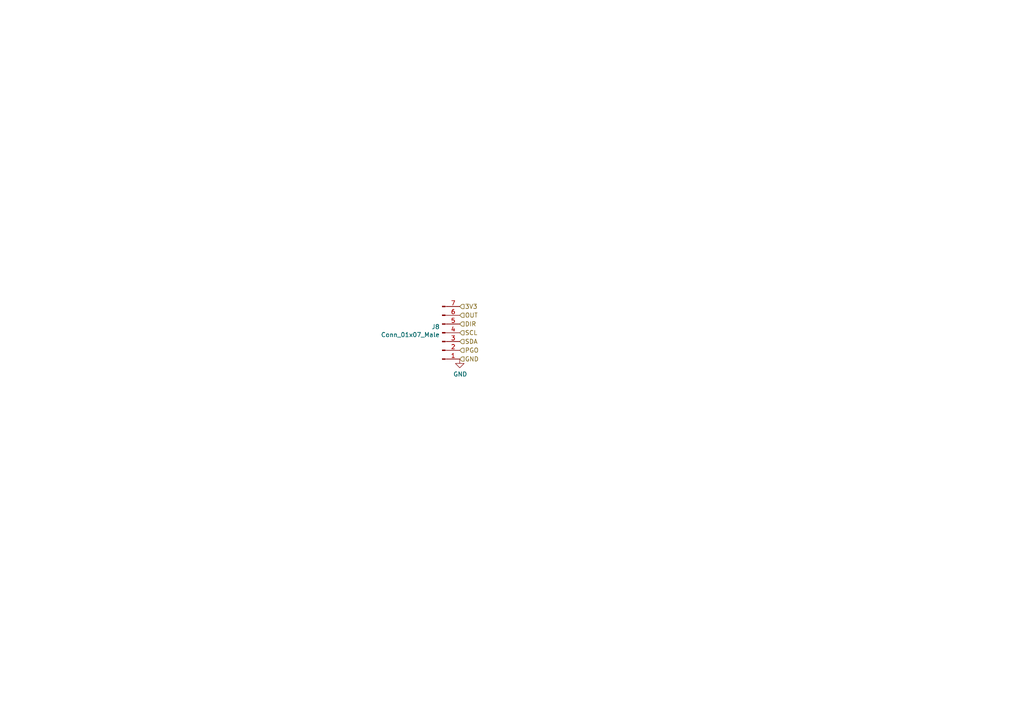
<source format=kicad_sch>
(kicad_sch (version 20211123) (generator eeschema)

  (uuid a7cad282-51c3-4f24-be5e-311c2c5e959b)

  (paper "A4")

  (lib_symbols
    (symbol "Connector:Conn_01x07_Male" (pin_names (offset 1.016) hide) (in_bom yes) (on_board yes)
      (property "Reference" "J" (id 0) (at 0 10.16 0)
        (effects (font (size 1.27 1.27)))
      )
      (property "Value" "Conn_01x07_Male" (id 1) (at 0 -10.16 0)
        (effects (font (size 1.27 1.27)))
      )
      (property "Footprint" "" (id 2) (at 0 0 0)
        (effects (font (size 1.27 1.27)) hide)
      )
      (property "Datasheet" "~" (id 3) (at 0 0 0)
        (effects (font (size 1.27 1.27)) hide)
      )
      (property "ki_keywords" "connector" (id 4) (at 0 0 0)
        (effects (font (size 1.27 1.27)) hide)
      )
      (property "ki_description" "Generic connector, single row, 01x07, script generated (kicad-library-utils/schlib/autogen/connector/)" (id 5) (at 0 0 0)
        (effects (font (size 1.27 1.27)) hide)
      )
      (property "ki_fp_filters" "Connector*:*_1x??_*" (id 6) (at 0 0 0)
        (effects (font (size 1.27 1.27)) hide)
      )
      (symbol "Conn_01x07_Male_1_1"
        (polyline
          (pts
            (xy 1.27 -7.62)
            (xy 0.8636 -7.62)
          )
          (stroke (width 0.1524) (type default) (color 0 0 0 0))
          (fill (type none))
        )
        (polyline
          (pts
            (xy 1.27 -5.08)
            (xy 0.8636 -5.08)
          )
          (stroke (width 0.1524) (type default) (color 0 0 0 0))
          (fill (type none))
        )
        (polyline
          (pts
            (xy 1.27 -2.54)
            (xy 0.8636 -2.54)
          )
          (stroke (width 0.1524) (type default) (color 0 0 0 0))
          (fill (type none))
        )
        (polyline
          (pts
            (xy 1.27 0)
            (xy 0.8636 0)
          )
          (stroke (width 0.1524) (type default) (color 0 0 0 0))
          (fill (type none))
        )
        (polyline
          (pts
            (xy 1.27 2.54)
            (xy 0.8636 2.54)
          )
          (stroke (width 0.1524) (type default) (color 0 0 0 0))
          (fill (type none))
        )
        (polyline
          (pts
            (xy 1.27 5.08)
            (xy 0.8636 5.08)
          )
          (stroke (width 0.1524) (type default) (color 0 0 0 0))
          (fill (type none))
        )
        (polyline
          (pts
            (xy 1.27 7.62)
            (xy 0.8636 7.62)
          )
          (stroke (width 0.1524) (type default) (color 0 0 0 0))
          (fill (type none))
        )
        (rectangle (start 0.8636 -7.493) (end 0 -7.747)
          (stroke (width 0.1524) (type default) (color 0 0 0 0))
          (fill (type outline))
        )
        (rectangle (start 0.8636 -4.953) (end 0 -5.207)
          (stroke (width 0.1524) (type default) (color 0 0 0 0))
          (fill (type outline))
        )
        (rectangle (start 0.8636 -2.413) (end 0 -2.667)
          (stroke (width 0.1524) (type default) (color 0 0 0 0))
          (fill (type outline))
        )
        (rectangle (start 0.8636 0.127) (end 0 -0.127)
          (stroke (width 0.1524) (type default) (color 0 0 0 0))
          (fill (type outline))
        )
        (rectangle (start 0.8636 2.667) (end 0 2.413)
          (stroke (width 0.1524) (type default) (color 0 0 0 0))
          (fill (type outline))
        )
        (rectangle (start 0.8636 5.207) (end 0 4.953)
          (stroke (width 0.1524) (type default) (color 0 0 0 0))
          (fill (type outline))
        )
        (rectangle (start 0.8636 7.747) (end 0 7.493)
          (stroke (width 0.1524) (type default) (color 0 0 0 0))
          (fill (type outline))
        )
        (pin passive line (at 5.08 7.62 180) (length 3.81)
          (name "Pin_1" (effects (font (size 1.27 1.27))))
          (number "1" (effects (font (size 1.27 1.27))))
        )
        (pin passive line (at 5.08 5.08 180) (length 3.81)
          (name "Pin_2" (effects (font (size 1.27 1.27))))
          (number "2" (effects (font (size 1.27 1.27))))
        )
        (pin passive line (at 5.08 2.54 180) (length 3.81)
          (name "Pin_3" (effects (font (size 1.27 1.27))))
          (number "3" (effects (font (size 1.27 1.27))))
        )
        (pin passive line (at 5.08 0 180) (length 3.81)
          (name "Pin_4" (effects (font (size 1.27 1.27))))
          (number "4" (effects (font (size 1.27 1.27))))
        )
        (pin passive line (at 5.08 -2.54 180) (length 3.81)
          (name "Pin_5" (effects (font (size 1.27 1.27))))
          (number "5" (effects (font (size 1.27 1.27))))
        )
        (pin passive line (at 5.08 -5.08 180) (length 3.81)
          (name "Pin_6" (effects (font (size 1.27 1.27))))
          (number "6" (effects (font (size 1.27 1.27))))
        )
        (pin passive line (at 5.08 -7.62 180) (length 3.81)
          (name "Pin_7" (effects (font (size 1.27 1.27))))
          (number "7" (effects (font (size 1.27 1.27))))
        )
      )
    )
    (symbol "power:GND" (power) (pin_names (offset 0)) (in_bom yes) (on_board yes)
      (property "Reference" "#PWR" (id 0) (at 0 -6.35 0)
        (effects (font (size 1.27 1.27)) hide)
      )
      (property "Value" "GND" (id 1) (at 0 -3.81 0)
        (effects (font (size 1.27 1.27)))
      )
      (property "Footprint" "" (id 2) (at 0 0 0)
        (effects (font (size 1.27 1.27)) hide)
      )
      (property "Datasheet" "" (id 3) (at 0 0 0)
        (effects (font (size 1.27 1.27)) hide)
      )
      (property "ki_keywords" "power-flag" (id 4) (at 0 0 0)
        (effects (font (size 1.27 1.27)) hide)
      )
      (property "ki_description" "Power symbol creates a global label with name \"GND\" , ground" (id 5) (at 0 0 0)
        (effects (font (size 1.27 1.27)) hide)
      )
      (symbol "GND_0_1"
        (polyline
          (pts
            (xy 0 0)
            (xy 0 -1.27)
            (xy 1.27 -1.27)
            (xy 0 -2.54)
            (xy -1.27 -1.27)
            (xy 0 -1.27)
          )
          (stroke (width 0) (type default) (color 0 0 0 0))
          (fill (type none))
        )
      )
      (symbol "GND_1_1"
        (pin power_in line (at 0 0 270) (length 0) hide
          (name "GND" (effects (font (size 1.27 1.27))))
          (number "1" (effects (font (size 1.27 1.27))))
        )
      )
    )
  )


  (hierarchical_label "SDA" (shape input) (at 133.35 99.06 0)
    (effects (font (size 1.27 1.27)) (justify left))
    (uuid 020b7e1f-8bb0-4882-91d4-7894bf18db84)
  )
  (hierarchical_label "OUT" (shape input) (at 133.35 91.44 0)
    (effects (font (size 1.27 1.27)) (justify left))
    (uuid 1eca5f72-2356-4c55-919d-595727faf3b9)
  )
  (hierarchical_label "PGO" (shape input) (at 133.35 101.6 0)
    (effects (font (size 1.27 1.27)) (justify left))
    (uuid 29ec1a54-dea0-4d1a-a3dc-a7441a09bb9e)
  )
  (hierarchical_label "SCL" (shape input) (at 133.35 96.52 0)
    (effects (font (size 1.27 1.27)) (justify left))
    (uuid 55fa5fa0-9426-4801-b40c-682e71189d8a)
  )
  (hierarchical_label "3V3" (shape input) (at 133.35 88.9 0)
    (effects (font (size 1.27 1.27)) (justify left))
    (uuid 5778dc8c-60fe-435e-b75a-362eae1b81ab)
  )
  (hierarchical_label "DIR" (shape input) (at 133.35 93.98 0)
    (effects (font (size 1.27 1.27)) (justify left))
    (uuid 5dffd1d6-faf9-418e-b9a0-84fb6b6b4454)
  )
  (hierarchical_label "GND" (shape input) (at 133.35 104.14 0)
    (effects (font (size 1.27 1.27)) (justify left))
    (uuid a2a4b1ad-c51a-492d-9e99-410eec4f55a3)
  )

  (symbol (lib_id "Connector:Conn_01x07_Male") (at 128.27 96.52 0) (mirror x) (unit 1)
    (in_bom yes) (on_board yes)
    (uuid 00000000-0000-0000-0000-00006197b5c8)
    (property "Reference" "J8" (id 0) (at 127.5588 94.7928 0)
      (effects (font (size 1.27 1.27)) (justify right))
    )
    (property "Value" "Conn_01x07_Male" (id 1) (at 127.5588 97.1042 0)
      (effects (font (size 1.27 1.27)) (justify right))
    )
    (property "Footprint" "Connector_JST:JST_PH_B7B-PH-K_1x07_P2.00mm_Vertical" (id 2) (at 128.27 96.52 0)
      (effects (font (size 1.27 1.27)) hide)
    )
    (property "Datasheet" "~" (id 3) (at 128.27 96.52 0)
      (effects (font (size 1.27 1.27)) hide)
    )
    (pin "1" (uuid 77ebc2e5-1f0f-4872-92a7-5d8ca6e9d738))
    (pin "2" (uuid 66b9f7f0-dc5f-46d1-a083-ee17d860ec7e))
    (pin "3" (uuid 0dbdb01d-78ed-4925-b70f-86666ccc7131))
    (pin "4" (uuid 181710ef-7f2a-4351-a3a6-56d2f8765ecc))
    (pin "5" (uuid da8cef22-8613-4e08-9b41-406c689b1603))
    (pin "6" (uuid b23e7dda-0fc1-45cd-97e8-f6b6cdf1d435))
    (pin "7" (uuid 406ca1f7-570d-41d2-a9fb-681fc68f82a6))
  )

  (symbol (lib_id "power:GND") (at 133.35 104.14 0) (unit 1)
    (in_bom yes) (on_board yes)
    (uuid 00000000-0000-0000-0000-00006197ba4a)
    (property "Reference" "#PWR048" (id 0) (at 133.35 110.49 0)
      (effects (font (size 1.27 1.27)) hide)
    )
    (property "Value" "GND" (id 1) (at 133.477 108.5342 0))
    (property "Footprint" "" (id 2) (at 133.35 104.14 0)
      (effects (font (size 1.27 1.27)) hide)
    )
    (property "Datasheet" "" (id 3) (at 133.35 104.14 0)
      (effects (font (size 1.27 1.27)) hide)
    )
    (pin "1" (uuid 3490b26b-ddcd-4a7b-bc2b-75212be32b9a))
  )
)

</source>
